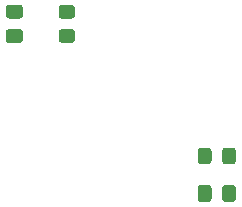
<source format=gbr>
%TF.GenerationSoftware,KiCad,Pcbnew,(5.1.10)-1*%
%TF.CreationDate,2021-09-06T20:05:53-04:00*%
%TF.ProjectId,BeagleBone-Black-Cape,42656167-6c65-4426-9f6e-652d426c6163,rev?*%
%TF.SameCoordinates,Original*%
%TF.FileFunction,Paste,Bot*%
%TF.FilePolarity,Positive*%
%FSLAX46Y46*%
G04 Gerber Fmt 4.6, Leading zero omitted, Abs format (unit mm)*
G04 Created by KiCad (PCBNEW (5.1.10)-1) date 2021-09-06 20:05:53*
%MOMM*%
%LPD*%
G01*
G04 APERTURE LIST*
G04 APERTURE END LIST*
%TO.C,L335*%
G36*
G01*
X140050100Y-94952399D02*
X140050100Y-95852401D01*
G75*
G02*
X139800101Y-96102400I-249999J0D01*
G01*
X139150099Y-96102400D01*
G75*
G02*
X138900100Y-95852401I0J249999D01*
G01*
X138900100Y-94952399D01*
G75*
G02*
X139150099Y-94702400I249999J0D01*
G01*
X139800101Y-94702400D01*
G75*
G02*
X140050100Y-94952399I0J-249999D01*
G01*
G37*
G36*
G01*
X142100100Y-94952399D02*
X142100100Y-95852401D01*
G75*
G02*
X141850101Y-96102400I-249999J0D01*
G01*
X141200099Y-96102400D01*
G75*
G02*
X140950100Y-95852401I0J249999D01*
G01*
X140950100Y-94952399D01*
G75*
G02*
X141200099Y-94702400I249999J0D01*
G01*
X141850101Y-94702400D01*
G75*
G02*
X142100100Y-94952399I0J-249999D01*
G01*
G37*
%TD*%
%TO.C,L12*%
G36*
G01*
X127350099Y-84667400D02*
X128250101Y-84667400D01*
G75*
G02*
X128500100Y-84917399I0J-249999D01*
G01*
X128500100Y-85567401D01*
G75*
G02*
X128250101Y-85817400I-249999J0D01*
G01*
X127350099Y-85817400D01*
G75*
G02*
X127100100Y-85567401I0J249999D01*
G01*
X127100100Y-84917399D01*
G75*
G02*
X127350099Y-84667400I249999J0D01*
G01*
G37*
G36*
G01*
X127350099Y-82617400D02*
X128250101Y-82617400D01*
G75*
G02*
X128500100Y-82867399I0J-249999D01*
G01*
X128500100Y-83517401D01*
G75*
G02*
X128250101Y-83767400I-249999J0D01*
G01*
X127350099Y-83767400D01*
G75*
G02*
X127100100Y-83517401I0J249999D01*
G01*
X127100100Y-82867399D01*
G75*
G02*
X127350099Y-82617400I249999J0D01*
G01*
G37*
%TD*%
%TO.C,C494*%
G36*
G01*
X123830100Y-83767400D02*
X122880100Y-83767400D01*
G75*
G02*
X122630100Y-83517400I0J250000D01*
G01*
X122630100Y-82842400D01*
G75*
G02*
X122880100Y-82592400I250000J0D01*
G01*
X123830100Y-82592400D01*
G75*
G02*
X124080100Y-82842400I0J-250000D01*
G01*
X124080100Y-83517400D01*
G75*
G02*
X123830100Y-83767400I-250000J0D01*
G01*
G37*
G36*
G01*
X123830100Y-85842400D02*
X122880100Y-85842400D01*
G75*
G02*
X122630100Y-85592400I0J250000D01*
G01*
X122630100Y-84917400D01*
G75*
G02*
X122880100Y-84667400I250000J0D01*
G01*
X123830100Y-84667400D01*
G75*
G02*
X124080100Y-84917400I0J-250000D01*
G01*
X124080100Y-85592400D01*
G75*
G02*
X123830100Y-85842400I-250000J0D01*
G01*
G37*
%TD*%
%TO.C,C31*%
G36*
G01*
X140050100Y-98102400D02*
X140050100Y-99052400D01*
G75*
G02*
X139800100Y-99302400I-250000J0D01*
G01*
X139125100Y-99302400D01*
G75*
G02*
X138875100Y-99052400I0J250000D01*
G01*
X138875100Y-98102400D01*
G75*
G02*
X139125100Y-97852400I250000J0D01*
G01*
X139800100Y-97852400D01*
G75*
G02*
X140050100Y-98102400I0J-250000D01*
G01*
G37*
G36*
G01*
X142125100Y-98102400D02*
X142125100Y-99052400D01*
G75*
G02*
X141875100Y-99302400I-250000J0D01*
G01*
X141200100Y-99302400D01*
G75*
G02*
X140950100Y-99052400I0J250000D01*
G01*
X140950100Y-98102400D01*
G75*
G02*
X141200100Y-97852400I250000J0D01*
G01*
X141875100Y-97852400D01*
G75*
G02*
X142125100Y-98102400I0J-250000D01*
G01*
G37*
%TD*%
M02*

</source>
